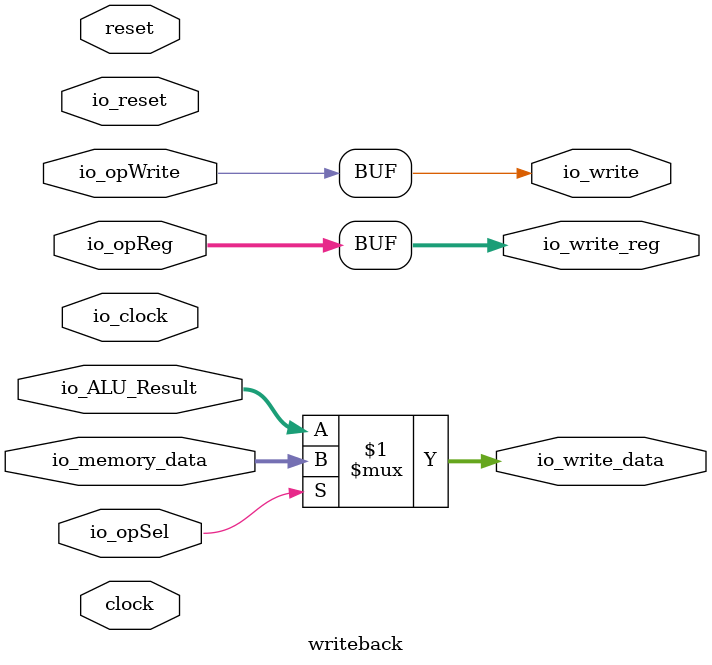
<source format=v>
module writeback( // @[:@3.2]
  input         clock, // @[:@4.4]
  input         reset, // @[:@5.4]
  input         io_clock, // @[:@6.4]
  input         io_reset, // @[:@6.4]
  input         io_opWrite, // @[:@6.4]
  input         io_opSel, // @[:@6.4]
  input  [4:0]  io_opReg, // @[:@6.4]
  input  [31:0] io_ALU_Result, // @[:@6.4]
  input  [31:0] io_memory_data, // @[:@6.4]
  output        io_write, // @[:@6.4]
  output [4:0]  io_write_reg, // @[:@6.4]
  output [31:0] io_write_data // @[:@6.4]
);
  assign io_write = io_opWrite; // @[writeback.scala 29:17:@9.4]
  assign io_write_reg = io_opReg; // @[writeback.scala 28:17:@8.4]
  assign io_write_data = io_opSel ? io_memory_data : io_ALU_Result; // @[writeback.scala 32:19:@12.6 writeback.scala 34:19:@15.6]
endmodule

</source>
